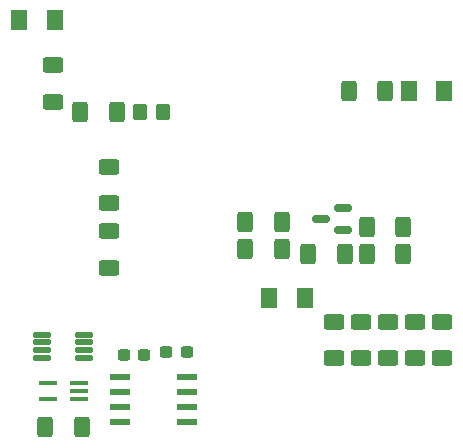
<source format=gbr>
%TF.GenerationSoftware,KiCad,Pcbnew,(7.0.0-0)*%
%TF.CreationDate,2023-07-06T20:29:09+02:00*%
%TF.ProjectId,Monitoring_Board_v01,4d6f6e69-746f-4726-996e-675f426f6172,v01*%
%TF.SameCoordinates,Original*%
%TF.FileFunction,Paste,Top*%
%TF.FilePolarity,Positive*%
%FSLAX46Y46*%
G04 Gerber Fmt 4.6, Leading zero omitted, Abs format (unit mm)*
G04 Created by KiCad (PCBNEW (7.0.0-0)) date 2023-07-06 20:29:09*
%MOMM*%
%LPD*%
G01*
G04 APERTURE LIST*
G04 Aperture macros list*
%AMRoundRect*
0 Rectangle with rounded corners*
0 $1 Rounding radius*
0 $2 $3 $4 $5 $6 $7 $8 $9 X,Y pos of 4 corners*
0 Add a 4 corners polygon primitive as box body*
4,1,4,$2,$3,$4,$5,$6,$7,$8,$9,$2,$3,0*
0 Add four circle primitives for the rounded corners*
1,1,$1+$1,$2,$3*
1,1,$1+$1,$4,$5*
1,1,$1+$1,$6,$7*
1,1,$1+$1,$8,$9*
0 Add four rect primitives between the rounded corners*
20,1,$1+$1,$2,$3,$4,$5,0*
20,1,$1+$1,$4,$5,$6,$7,0*
20,1,$1+$1,$6,$7,$8,$9,0*
20,1,$1+$1,$8,$9,$2,$3,0*%
G04 Aperture macros list end*
%ADD10RoundRect,0.250001X0.462499X0.624999X-0.462499X0.624999X-0.462499X-0.624999X0.462499X-0.624999X0*%
%ADD11RoundRect,0.250000X0.400000X0.625000X-0.400000X0.625000X-0.400000X-0.625000X0.400000X-0.625000X0*%
%ADD12RoundRect,0.250000X-0.400000X-0.625000X0.400000X-0.625000X0.400000X0.625000X-0.400000X0.625000X0*%
%ADD13R,1.663700X0.558800*%
%ADD14RoundRect,0.250000X0.350000X0.450000X-0.350000X0.450000X-0.350000X-0.450000X0.350000X-0.450000X0*%
%ADD15RoundRect,0.020000X-0.690000X-0.180000X0.690000X-0.180000X0.690000X0.180000X-0.690000X0.180000X0*%
%ADD16RoundRect,0.150000X0.587500X0.150000X-0.587500X0.150000X-0.587500X-0.150000X0.587500X-0.150000X0*%
%ADD17RoundRect,0.250000X-0.625000X0.400000X-0.625000X-0.400000X0.625000X-0.400000X0.625000X0.400000X0*%
%ADD18RoundRect,0.237500X0.300000X0.237500X-0.300000X0.237500X-0.300000X-0.237500X0.300000X-0.237500X0*%
%ADD19RoundRect,0.237500X-0.300000X-0.237500X0.300000X-0.237500X0.300000X0.237500X-0.300000X0.237500X0*%
%ADD20R,1.500000X0.400000*%
%ADD21RoundRect,0.250001X-0.462499X-0.624999X0.462499X-0.624999X0.462499X0.624999X-0.462499X0.624999X0*%
G04 APERTURE END LIST*
D10*
%TO.C,D1*%
X122731000Y-42799000D03*
X125706000Y-42799000D03*
%TD*%
D11*
%TO.C,R11*%
X144932283Y-62179221D03*
X141832283Y-62179221D03*
%TD*%
D12*
%TO.C,R15*%
X152145283Y-62545000D03*
X155245283Y-62545000D03*
%TD*%
D13*
%TO.C,U4*%
X131230499Y-73024999D03*
X131230499Y-74294999D03*
X131230499Y-75564999D03*
X131230499Y-76834999D03*
X136881999Y-76834999D03*
X136881999Y-75564999D03*
X136881999Y-74294999D03*
X136881999Y-73024999D03*
%TD*%
D14*
%TO.C,TH1*%
X134908000Y-50546000D03*
X132908000Y-50546000D03*
%TD*%
D15*
%TO.C,U3*%
X124635171Y-69396304D03*
X124635171Y-70046304D03*
X124635171Y-70696304D03*
X124635171Y-71346304D03*
X128175171Y-71346304D03*
X128175171Y-70696304D03*
X128175171Y-70046304D03*
X128175171Y-69396304D03*
%TD*%
D16*
%TO.C,U5*%
X150109283Y-60574000D03*
X150109283Y-58674000D03*
X148234283Y-59624000D03*
%TD*%
D11*
%TO.C,R14*%
X155245283Y-60259000D03*
X152145283Y-60259000D03*
%TD*%
D12*
%TO.C,R12*%
X141832283Y-59893221D03*
X144932283Y-59893221D03*
%TD*%
D11*
%TO.C,R13*%
X153698000Y-48768000D03*
X150598000Y-48768000D03*
%TD*%
D17*
%TO.C,R7*%
X156186000Y-68300000D03*
X156186000Y-71400000D03*
%TD*%
D11*
%TO.C,R2*%
X130965000Y-50546000D03*
X127865000Y-50546000D03*
%TD*%
D10*
%TO.C,D3*%
X158689500Y-48768000D03*
X155714500Y-48768000D03*
%TD*%
D18*
%TO.C,C1*%
X136882000Y-70866000D03*
X135157000Y-70866000D03*
%TD*%
D19*
%TO.C,C2*%
X131567500Y-71128000D03*
X133292500Y-71128000D03*
%TD*%
D17*
%TO.C,R4*%
X130301283Y-60655221D03*
X130301283Y-63755221D03*
%TD*%
%TO.C,R3*%
X130301283Y-55168221D03*
X130301283Y-58268221D03*
%TD*%
D20*
%TO.C,U2*%
X127797999Y-74817999D03*
X127797999Y-74167999D03*
X127797999Y-73517999D03*
X125137999Y-73517999D03*
X125137999Y-74817999D03*
%TD*%
D17*
%TO.C,R6*%
X158472000Y-68300000D03*
X158472000Y-71400000D03*
%TD*%
%TO.C,R9*%
X151614000Y-68300000D03*
X151614000Y-71400000D03*
%TD*%
%TO.C,R1*%
X125579000Y-46583000D03*
X125579000Y-49683000D03*
%TD*%
D12*
%TO.C,Rs1*%
X147192283Y-62545000D03*
X150292283Y-62545000D03*
%TD*%
D17*
%TO.C,R8*%
X153900000Y-68300000D03*
X153900000Y-71400000D03*
%TD*%
%TO.C,R5*%
X149328000Y-68300000D03*
X149328000Y-71400000D03*
%TD*%
D12*
%TO.C,R10*%
X124918000Y-77216000D03*
X128018000Y-77216000D03*
%TD*%
D21*
%TO.C,D2*%
X143892400Y-66294000D03*
X146867400Y-66294000D03*
%TD*%
M02*

</source>
